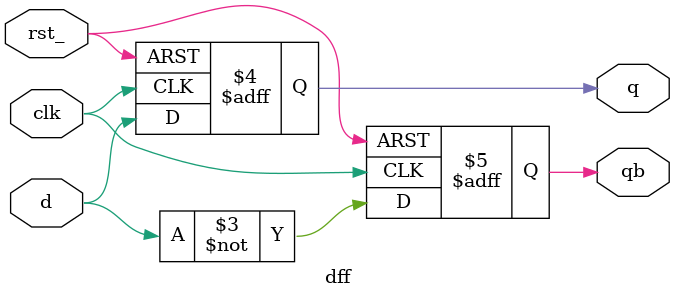
<source format=v>
`timescale 1ns / 1ps


//  PRBSG - Pseudo Random Binary Sequence Generator with L = 8
// Seqeunce Length = 255
// Polynomial = x^8 + x^6 + x^5 + x^4 + 1  --> PRBS8 


module PRBS_G8b(
input wire clk, rst_,ld,
input wire [7:0] data,
output wire [7:0] PRN, PRN1
    );
     
 
    dff ff_0 (.d((rst_ == 1) ? ((ld == 1 )? (data[0] & ld) :   PRN[3] ^ PRN[4] ^  PRN[5] ^ PRN[7]  ): 'b0), .clk(clk), .rst_(rst_), .q(PRN[0]), .qb(PRN1[0]));
    dff ff_1 (.d((rst_ == 1) ? ((ld == 1 )? (data[1] & ld) : PRN[0] ): 'b0), .clk(clk), .rst_(rst_), .q(PRN[1]), .qb(PRN1[1]));
    dff ff_2 (.d((rst_ == 1) ? ((ld == 1 )? (data[2] & ld) : PRN[1] ): 'b0), .clk(clk), .rst_(rst_), .q(PRN[2]), .qb(PRN1[2]));
    dff ff_3 (.d((rst_ == 1) ? ((ld == 1 )? (data[3] & ld) : PRN[2]): 'b0), .clk(clk), .rst_(rst_), .q(PRN[3]), .qb(PRN1[3]));
    dff ff_4 (.d((rst_ == 1) ? ((ld == 1 )? (data[4] & ld) : PRN[3]): 'b0), .clk(clk), .rst_(rst_), .q(PRN[4]), .qb(PRN1[4]));
    dff ff_5 (.d((rst_ == 1) ? ((ld == 1 )? (data[5] & ld) : PRN[4]): 'b0), .clk(clk), .rst_(rst_), .q(PRN[5]), .qb(PRN1[5]));
    dff ff_6 (.d((rst_ == 1) ? ((ld == 1 )? (data[6] & ld) : PRN[5] ): 'b0), .clk(clk), .rst_(rst_), .q(PRN[6]), .qb(PRN1[6]));
    dff ff_7 (.d((rst_ == 1) ? ((ld == 1 )? (data[7] & ld) :  PRN[6] ): 'b0), .clk(clk), .rst_(rst_), .q(PRN[7]), .qb(PRN1[7]));
    
 
    
endmodule

module dff(
input wire d, clk, rst_,
output reg q,qb
);
always@(posedge clk or negedge rst_) begin
if (!rst_) begin
q <= 0;
qb<= 1;
end
else begin
q <= d;
qb <= ~d;
end
end

endmodule
</source>
